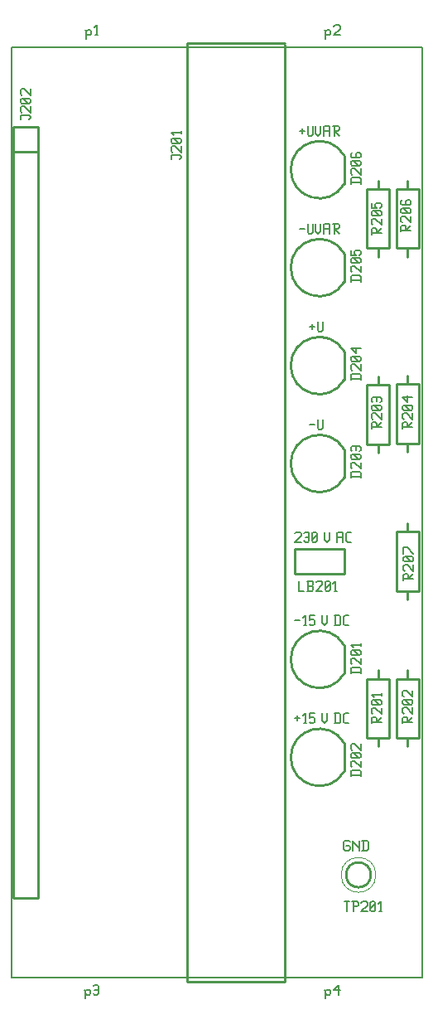
<source format=gto>
G04 start of page 9 for group -4079 idx -4079 *
G04 Title: 01.002.00.01.01.pcb, topsilk *
G04 Creator: pcb 4.2.0 *
G04 CreationDate: Sat Aug 10 16:27:16 2019 UTC *
G04 For: bert *
G04 Format: Gerber/RS-274X *
G04 PCB-Dimensions (mil): 1968.50 3937.01 *
G04 PCB-Coordinate-Origin: lower left *
%MOIN*%
%FSLAX25Y25*%
%LNGTO*%
%ADD57C,0.0000*%
%ADD56C,0.0100*%
%ADD55C,0.0080*%
G54D55*X9843Y9842D02*X175197Y9843D01*
Y383858D02*X9843D01*
X175197D02*Y9843D01*
X9843Y9842D02*X9837Y383858D01*
X125984Y350363D02*X127984D01*
X126984Y351363D02*Y349363D01*
X129184Y352363D02*Y348863D01*
X129684Y348363D01*
X130684D01*
X131184Y348863D01*
Y352363D02*Y348863D01*
X132384Y352363D02*Y349363D01*
X133384Y348363D01*
X134384Y349363D01*
Y352363D02*Y349363D01*
X135584Y351863D02*Y348363D01*
Y351863D02*X136084Y352363D01*
X137584D01*
X138084Y351863D01*
Y348363D01*
X135584Y350363D02*X138084D01*
X139284Y352363D02*X141284D01*
X141784Y351863D01*
Y350863D01*
X141284Y350363D02*X141784Y350863D01*
X139784Y350363D02*X141284D01*
X139784Y352363D02*Y348363D01*
Y350363D02*X141784Y348363D01*
X125984Y310993D02*X127984D01*
X129184Y312993D02*Y309493D01*
X129684Y308993D01*
X130684D01*
X131184Y309493D01*
Y312993D02*Y309493D01*
X132384Y312993D02*Y309993D01*
X133384Y308993D01*
X134384Y309993D01*
Y312993D02*Y309993D01*
X135584Y312493D02*Y308993D01*
Y312493D02*X136084Y312993D01*
X137584D01*
X138084Y312493D01*
Y308993D01*
X135584Y310993D02*X138084D01*
X139284Y312993D02*X141284D01*
X141784Y312493D01*
Y311493D01*
X141284Y310993D02*X141784Y311493D01*
X139784Y310993D02*X141284D01*
X139784Y312993D02*Y308993D01*
Y310993D02*X141784Y308993D01*
X129921Y271622D02*X131921D01*
X130921Y272622D02*Y270622D01*
X133121Y273622D02*Y270122D01*
X133621Y269622D01*
X134621D01*
X135121Y270122D01*
Y273622D02*Y270122D01*
X145701Y64960D02*X146201Y64460D01*
X144201Y64960D02*X145701D01*
X143701Y64460D02*X144201Y64960D01*
X143701Y64460D02*Y61460D01*
X144201Y60960D01*
X145701D01*
X146201Y61460D01*
Y62460D02*Y61460D01*
X145701Y62960D02*X146201Y62460D01*
X144701Y62960D02*X145701D01*
X147401Y64960D02*Y60960D01*
Y64960D02*Y64460D01*
X149901Y61960D01*
Y64960D02*Y60960D01*
X151601Y64960D02*Y60960D01*
X153101Y64960D02*X153601Y64460D01*
Y61460D01*
X153101Y60960D02*X153601Y61460D01*
X151101Y60960D02*X153101D01*
X151101Y64960D02*X153101D01*
X129921Y232252D02*X131921D01*
X133121Y234252D02*Y230752D01*
X133621Y230252D01*
X134621D01*
X135121Y230752D01*
Y234252D02*Y230752D01*
X124016Y188477D02*X124516Y188977D01*
X126016D01*
X126516Y188477D01*
Y187477D01*
X124016Y184977D02*X126516Y187477D01*
X124016Y184977D02*X126516D01*
X127716Y188477D02*X128216Y188977D01*
X129216D01*
X129716Y188477D01*
Y185477D01*
X129216Y184977D02*X129716Y185477D01*
X128216Y184977D02*X129216D01*
X127716Y185477D02*X128216Y184977D01*
Y186977D02*X129716D01*
X130916Y185477D02*X131416Y184977D01*
X130916Y188477D02*Y185477D01*
Y188477D02*X131416Y188977D01*
X132416D01*
X132916Y188477D01*
Y185477D01*
X132416Y184977D02*X132916Y185477D01*
X131416Y184977D02*X132416D01*
X130916Y185977D02*X132916Y187977D01*
X135916Y188977D02*Y185977D01*
X136916Y184977D01*
X137916Y185977D01*
Y188977D02*Y185977D01*
X140916Y188477D02*Y184977D01*
Y188477D02*X141416Y188977D01*
X142916D01*
X143416Y188477D01*
Y184977D01*
X140916Y186977D02*X143416D01*
X145116Y184977D02*X146616D01*
X144616Y185477D02*X145116Y184977D01*
X144616Y188477D02*Y185477D01*
Y188477D02*X145116Y188977D01*
X146616D01*
X124016Y153512D02*X126016D01*
X127716Y151512D02*X128716D01*
X128216Y155512D02*Y151512D01*
X127216Y154512D02*X128216Y155512D01*
X129916D02*X131916D01*
X129916D02*Y153512D01*
X130416Y154012D01*
X131416D01*
X131916Y153512D01*
Y152012D01*
X131416Y151512D02*X131916Y152012D01*
X130416Y151512D02*X131416D01*
X129916Y152012D02*X130416Y151512D01*
X134916Y155512D02*Y152512D01*
X135916Y151512D01*
X136916Y152512D01*
Y155512D02*Y152512D01*
X140416Y155512D02*Y151512D01*
X141916Y155512D02*X142416Y155012D01*
Y152012D01*
X141916Y151512D02*X142416Y152012D01*
X139916Y151512D02*X141916D01*
X139916Y155512D02*X141916D01*
X144116Y151512D02*X145616D01*
X143616Y152012D02*X144116Y151512D01*
X143616Y155012D02*Y152012D01*
Y155012D02*X144116Y155512D01*
X145616D01*
X124016Y114142D02*X126016D01*
X125016Y115142D02*Y113142D01*
X127716Y112142D02*X128716D01*
X128216Y116142D02*Y112142D01*
X127216Y115142D02*X128216Y116142D01*
X129916D02*X131916D01*
X129916D02*Y114142D01*
X130416Y114642D01*
X131416D01*
X131916Y114142D01*
Y112642D01*
X131416Y112142D02*X131916Y112642D01*
X130416Y112142D02*X131416D01*
X129916Y112642D02*X130416Y112142D01*
X134916Y116142D02*Y113142D01*
X135916Y112142D01*
X136916Y113142D01*
Y116142D02*Y113142D01*
X140416Y116142D02*Y112142D01*
X141916Y116142D02*X142416Y115642D01*
Y112642D01*
X141916Y112142D02*X142416Y112642D01*
X139916Y112142D02*X141916D01*
X139916Y116142D02*X141916D01*
X144116Y112142D02*X145616D01*
X143616Y112642D02*X144116Y112142D01*
X143616Y115642D02*Y112642D01*
Y115642D02*X144116Y116142D01*
X145616D01*
G54D56*X169291Y303061D02*Y299661D01*
Y330261D02*Y326861D01*
X164791Y303061D02*X173791D01*
X164791Y326861D02*X173791D01*
X164791D02*Y303061D01*
X173791Y326861D02*Y303061D01*
X157480Y330261D02*Y326861D01*
Y303061D02*Y299661D01*
X152980Y326861D02*X161980D01*
X152980Y303061D02*X161980D01*
Y326861D02*Y303061D01*
X152980Y326861D02*Y303061D01*
X143858Y328946D02*Y340346D01*
X143818Y340396D02*G75*G03X143818Y328896I-9959J-5750D01*G01*
X143858Y300976D02*Y289576D01*
X143818Y301026D02*G75*G03X143818Y289526I-9959J-5750D01*G01*
X10748Y351851D02*X20748D01*
X10748Y341851D02*X20748D01*
X10748Y351851D02*Y41851D01*
X20748Y351851D02*Y41851D01*
X10748D02*X20748D01*
X169291Y165266D02*Y161866D01*
Y192466D02*Y189066D01*
X164791Y165266D02*X173791D01*
X164791Y189066D02*X173791D01*
X164791D02*Y165266D01*
X173791Y189066D02*Y165266D01*
X169291Y133411D02*Y130011D01*
Y106211D02*Y102811D01*
X164791Y130011D02*X173791D01*
X164791Y106211D02*X173791D01*
Y130011D02*Y106211D01*
X164791Y130011D02*Y106211D01*
X157480D02*Y102811D01*
Y133411D02*Y130011D01*
X152980Y106211D02*X161980D01*
X152980Y130011D02*X161980D01*
X152980D02*Y106211D01*
X161980Y130011D02*Y106211D01*
X144606Y51181D02*G75*G03X144606Y51181I5000J0D01*G01*
G54D57*X142606D02*G75*G03X142606Y51181I7000J0D01*G01*
G54D56*X123858Y172166D02*X143858D01*
X123858Y182166D02*Y172166D01*
Y182166D02*X143858D01*
Y172166D01*
Y92726D02*Y104126D01*
X143818Y104176D02*G75*G03X143818Y92676I-9959J-5750D01*G01*
X143858Y143496D02*Y132096D01*
X143818Y143546D02*G75*G03X143818Y132046I-9959J-5750D01*G01*
X80709Y8268D02*X120079D01*
X80709Y385434D02*Y8268D01*
Y385434D02*X120079D01*
Y385041D02*Y8268D01*
X169291Y224636D02*Y221236D01*
Y251836D02*Y248436D01*
X164791Y224636D02*X173791D01*
X164791Y248436D02*X173791D01*
X164791D02*Y224636D01*
X173791Y248436D02*Y224636D01*
X157480Y251521D02*Y248121D01*
Y224321D02*Y220921D01*
X152980Y248121D02*X161980D01*
X152980Y224321D02*X161980D01*
Y248121D02*Y224321D01*
X152980Y248121D02*Y224321D01*
X143858Y250206D02*Y261606D01*
X143818Y261656D02*G75*G03X143818Y250156I-9959J-5750D01*G01*
X143858Y222236D02*Y210836D01*
X143818Y222286D02*G75*G03X143818Y210786I-9959J-5750D01*G01*
G54D55*X166751Y311792D02*Y309792D01*
Y311792D02*X167251Y312292D01*
X168251D01*
X168751Y311792D02*X168251Y312292D01*
X168751Y311792D02*Y310292D01*
X166751D02*X170751D01*
X168751D02*X170751Y312292D01*
X167251Y313492D02*X166751Y313992D01*
Y315492D02*Y313992D01*
Y315492D02*X167251Y315992D01*
X168251D01*
X170751Y313492D02*X168251Y315992D01*
X170751D02*Y313492D01*
X170251Y317192D02*X170751Y317692D01*
X167251Y317192D02*X170251D01*
X167251D02*X166751Y317692D01*
Y318692D02*Y317692D01*
Y318692D02*X167251Y319192D01*
X170251D01*
X170751Y318692D02*X170251Y319192D01*
X170751Y318692D02*Y317692D01*
X169751Y317192D02*X167751Y319192D01*
X166751Y321892D02*X167251Y322392D01*
X166751Y321892D02*Y320892D01*
X167251Y320392D02*X166751Y320892D01*
X167251Y320392D02*X170251D01*
X170751Y320892D01*
X168751Y321892D02*X169251Y322392D01*
X168751Y321892D02*Y320392D01*
X170751Y321892D02*Y320892D01*
Y321892D02*X170251Y322392D01*
X169251D02*X170251D01*
X154800Y310711D02*Y308711D01*
Y310711D02*X155300Y311211D01*
X156300D01*
X156800Y310711D02*X156300Y311211D01*
X156800Y310711D02*Y309211D01*
X154800D02*X158800D01*
X156800D02*X158800Y311211D01*
X155300Y312411D02*X154800Y312911D01*
Y314411D02*Y312911D01*
Y314411D02*X155300Y314911D01*
X156300D01*
X158800Y312411D02*X156300Y314911D01*
X158800D02*Y312411D01*
X158300Y316111D02*X158800Y316611D01*
X155300Y316111D02*X158300D01*
X155300D02*X154800Y316611D01*
Y317611D02*Y316611D01*
Y317611D02*X155300Y318111D01*
X158300D01*
X158800Y317611D02*X158300Y318111D01*
X158800Y317611D02*Y316611D01*
X157800Y316111D02*X155800Y318111D01*
X154800Y321311D02*Y319311D01*
X156800D01*
X156300Y319811D01*
Y320811D02*Y319811D01*
Y320811D02*X156800Y321311D01*
X158300D01*
X158800Y320811D02*X158300Y321311D01*
X158800Y320811D02*Y319811D01*
X158300Y319311D02*X158800Y319811D01*
X146543Y329430D02*X150543D01*
X146543Y330930D02*X147043Y331430D01*
X150043D01*
X150543Y330930D02*X150043Y331430D01*
X150543Y330930D02*Y328930D01*
X146543Y330930D02*Y328930D01*
X147043Y332630D02*X146543Y333130D01*
Y334630D02*Y333130D01*
Y334630D02*X147043Y335130D01*
X148043D01*
X150543Y332630D02*X148043Y335130D01*
X150543D02*Y332630D01*
X150043Y336330D02*X150543Y336830D01*
X147043Y336330D02*X150043D01*
X147043D02*X146543Y336830D01*
Y337830D02*Y336830D01*
Y337830D02*X147043Y338330D01*
X150043D01*
X150543Y337830D02*X150043Y338330D01*
X150543Y337830D02*Y336830D01*
X149543Y336330D02*X147543Y338330D01*
X146543Y341030D02*X147043Y341530D01*
X146543Y341030D02*Y340030D01*
X147043Y339530D02*X146543Y340030D01*
X147043Y339530D02*X150043D01*
X150543Y340030D01*
X148543Y341030D02*X149043Y341530D01*
X148543Y341030D02*Y339530D01*
X150543Y341030D02*Y340030D01*
Y341030D02*X150043Y341530D01*
X149043D02*X150043D01*
X146543Y290217D02*X150543D01*
X146543Y291717D02*X147043Y292217D01*
X150043D01*
X150543Y291717D02*X150043Y292217D01*
X150543Y291717D02*Y289717D01*
X146543Y291717D02*Y289717D01*
X147043Y293417D02*X146543Y293917D01*
Y295417D02*Y293917D01*
Y295417D02*X147043Y295917D01*
X148043D01*
X150543Y293417D02*X148043Y295917D01*
X150543D02*Y293417D01*
X150043Y297117D02*X150543Y297617D01*
X147043Y297117D02*X150043D01*
X147043D02*X146543Y297617D01*
Y298617D02*Y297617D01*
Y298617D02*X147043Y299117D01*
X150043D01*
X150543Y298617D02*X150043Y299117D01*
X150543Y298617D02*Y297617D01*
X149543Y297117D02*X147543Y299117D01*
X146543Y302317D02*Y300317D01*
X148543D01*
X148043Y300817D01*
Y301817D02*Y300817D01*
Y301817D02*X148543Y302317D01*
X150043D01*
X150543Y301817D02*X150043Y302317D01*
X150543Y301817D02*Y300817D01*
X150043Y300317D02*X150543Y300817D01*
X13528Y356461D02*Y354961D01*
Y356461D02*X17028D01*
X17528Y355961D02*X17028Y356461D01*
X17528Y355961D02*Y355461D01*
X17028Y354961D02*X17528Y355461D01*
X14028Y357661D02*X13528Y358161D01*
Y359661D02*Y358161D01*
Y359661D02*X14028Y360161D01*
X15028D01*
X17528Y357661D02*X15028Y360161D01*
X17528D02*Y357661D01*
X17028Y361361D02*X17528Y361861D01*
X14028Y361361D02*X17028D01*
X14028D02*X13528Y361861D01*
Y362861D02*Y361861D01*
Y362861D02*X14028Y363361D01*
X17028D01*
X17528Y362861D02*X17028Y363361D01*
X17528Y362861D02*Y361861D01*
X16528Y361361D02*X14528Y363361D01*
X14028Y364561D02*X13528Y365061D01*
Y366561D02*Y365061D01*
Y366561D02*X14028Y367061D01*
X15028D01*
X17528Y364561D02*X15028Y367061D01*
X17528D02*Y364561D01*
X167323Y232630D02*Y230630D01*
Y232630D02*X167823Y233130D01*
X168823D01*
X169323Y232630D02*X168823Y233130D01*
X169323Y232630D02*Y231130D01*
X167323D02*X171323D01*
X169323D02*X171323Y233130D01*
X167823Y234330D02*X167323Y234830D01*
Y236330D02*Y234830D01*
Y236330D02*X167823Y236830D01*
X168823D01*
X171323Y234330D02*X168823Y236830D01*
X171323D02*Y234330D01*
X170823Y238030D02*X171323Y238530D01*
X167823Y238030D02*X170823D01*
X167823D02*X167323Y238530D01*
Y239530D02*Y238530D01*
Y239530D02*X167823Y240030D01*
X170823D01*
X171323Y239530D02*X170823Y240030D01*
X171323Y239530D02*Y238530D01*
X170323Y238030D02*X168323Y240030D01*
X169323Y241230D02*X167323Y243230D01*
X169323Y243730D02*Y241230D01*
X167323Y243230D02*X171323D01*
X154924Y232586D02*Y230586D01*
Y232586D02*X155424Y233086D01*
X156424D01*
X156924Y232586D02*X156424Y233086D01*
X156924Y232586D02*Y231086D01*
X154924D02*X158924D01*
X156924D02*X158924Y233086D01*
X155424Y234286D02*X154924Y234786D01*
Y236286D02*Y234786D01*
Y236286D02*X155424Y236786D01*
X156424D01*
X158924Y234286D02*X156424Y236786D01*
X158924D02*Y234286D01*
X158424Y237986D02*X158924Y238486D01*
X155424Y237986D02*X158424D01*
X155424D02*X154924Y238486D01*
Y239486D02*Y238486D01*
Y239486D02*X155424Y239986D01*
X158424D01*
X158924Y239486D02*X158424Y239986D01*
X158924Y239486D02*Y238486D01*
X157924Y237986D02*X155924Y239986D01*
X155424Y241186D02*X154924Y241686D01*
Y242686D02*Y241686D01*
Y242686D02*X155424Y243186D01*
X158424D01*
X158924Y242686D02*X158424Y243186D01*
X158924Y242686D02*Y241686D01*
X158424Y241186D02*X158924Y241686D01*
X156924Y243186D02*Y241686D01*
X146543Y250689D02*X150543D01*
X146543Y252189D02*X147043Y252689D01*
X150043D01*
X150543Y252189D02*X150043Y252689D01*
X150543Y252189D02*Y250189D01*
X146543Y252189D02*Y250189D01*
X147043Y253889D02*X146543Y254389D01*
Y255889D02*Y254389D01*
Y255889D02*X147043Y256389D01*
X148043D01*
X150543Y253889D02*X148043Y256389D01*
X150543D02*Y253889D01*
X150043Y257589D02*X150543Y258089D01*
X147043Y257589D02*X150043D01*
X147043D02*X146543Y258089D01*
Y259089D02*Y258089D01*
Y259089D02*X147043Y259589D01*
X150043D01*
X150543Y259089D02*X150043Y259589D01*
X150543Y259089D02*Y258089D01*
X149543Y257589D02*X147543Y259589D01*
X148543Y260789D02*X146543Y262789D01*
X148543Y263289D02*Y260789D01*
X146543Y262789D02*X150543D01*
X146543Y211319D02*X150543D01*
X146543Y212819D02*X147043Y213319D01*
X150043D01*
X150543Y212819D02*X150043Y213319D01*
X150543Y212819D02*Y210819D01*
X146543Y212819D02*Y210819D01*
X147043Y214519D02*X146543Y215019D01*
Y216519D02*Y215019D01*
Y216519D02*X147043Y217019D01*
X148043D01*
X150543Y214519D02*X148043Y217019D01*
X150543D02*Y214519D01*
X150043Y218219D02*X150543Y218719D01*
X147043Y218219D02*X150043D01*
X147043D02*X146543Y218719D01*
Y219719D02*Y218719D01*
Y219719D02*X147043Y220219D01*
X150043D01*
X150543Y219719D02*X150043Y220219D01*
X150543Y219719D02*Y218719D01*
X149543Y218219D02*X147543Y220219D01*
X147043Y221419D02*X146543Y221919D01*
Y222919D02*Y221919D01*
Y222919D02*X147043Y223419D01*
X150043D01*
X150543Y222919D02*X150043Y223419D01*
X150543Y222919D02*Y221919D01*
X150043Y221419D02*X150543Y221919D01*
X148543Y223419D02*Y221919D01*
X39965Y390296D02*Y387296D01*
X39465Y390796D02*X39965Y390296D01*
X40465Y390796D01*
X41465D01*
X41965Y390296D01*
Y389296D01*
X41465Y388796D02*X41965Y389296D01*
X40465Y388796D02*X41465D01*
X39965Y389296D02*X40465Y388796D01*
X43665D02*X44665D01*
X44165Y392796D02*Y388796D01*
X43165Y391796D02*X44165Y392796D01*
X136421Y390296D02*Y387296D01*
X135921Y390796D02*X136421Y390296D01*
X136921Y390796D01*
X137921D01*
X138421Y390296D01*
Y389296D01*
X137921Y388796D02*X138421Y389296D01*
X136921Y388796D02*X137921D01*
X136421Y389296D02*X136921Y388796D01*
X139621Y392296D02*X140121Y392796D01*
X141621D01*
X142121Y392296D01*
Y391296D01*
X139621Y388796D02*X142121Y391296D01*
X139621Y388796D02*X142121D01*
X74171Y340478D02*Y338978D01*
Y340478D02*X77671D01*
X78171Y339978D02*X77671Y340478D01*
X78171Y339978D02*Y339478D01*
X77671Y338978D02*X78171Y339478D01*
X74671Y341678D02*X74171Y342178D01*
Y343678D02*Y342178D01*
Y343678D02*X74671Y344178D01*
X75671D01*
X78171Y341678D02*X75671Y344178D01*
X78171D02*Y341678D01*
X77671Y345378D02*X78171Y345878D01*
X74671Y345378D02*X77671D01*
X74671D02*X74171Y345878D01*
Y346878D02*Y345878D01*
Y346878D02*X74671Y347378D01*
X77671D01*
X78171Y346878D02*X77671Y347378D01*
X78171Y346878D02*Y345878D01*
X77171Y345378D02*X75171Y347378D01*
X78171Y350078D02*Y349078D01*
X74171Y349578D02*X78171D01*
X75171Y348578D02*X74171Y349578D01*
X39738Y4424D02*Y1424D01*
X39238Y4924D02*X39738Y4424D01*
X40238Y4924D01*
X41238D01*
X41738Y4424D01*
Y3424D01*
X41238Y2924D02*X41738Y3424D01*
X40238Y2924D02*X41238D01*
X39738Y3424D02*X40238Y2924D01*
X42938Y6424D02*X43438Y6924D01*
X44438D01*
X44938Y6424D01*
Y3424D01*
X44438Y2924D02*X44938Y3424D01*
X43438Y2924D02*X44438D01*
X42938Y3424D02*X43438Y2924D01*
Y4924D02*X44938D01*
X136421Y4469D02*Y1469D01*
X135921Y4969D02*X136421Y4469D01*
X136921Y4969D01*
X137921D01*
X138421Y4469D01*
Y3469D01*
X137921Y2969D02*X138421Y3469D01*
X136921Y2969D02*X137921D01*
X136421Y3469D02*X136921Y2969D01*
X139621Y4969D02*X141621Y6969D01*
X139621Y4969D02*X142121D01*
X141621Y6969D02*Y2969D01*
X167728Y171682D02*Y169682D01*
Y171682D02*X168228Y172182D01*
X169228D01*
X169728Y171682D02*X169228Y172182D01*
X169728Y171682D02*Y170182D01*
X167728D02*X171728D01*
X169728D02*X171728Y172182D01*
X168228Y173382D02*X167728Y173882D01*
Y175382D02*Y173882D01*
Y175382D02*X168228Y175882D01*
X169228D01*
X171728Y173382D02*X169228Y175882D01*
X171728D02*Y173382D01*
X171228Y177082D02*X171728Y177582D01*
X168228Y177082D02*X171228D01*
X168228D02*X167728Y177582D01*
Y178582D02*Y177582D01*
Y178582D02*X168228Y179082D01*
X171228D01*
X171728Y178582D02*X171228Y179082D01*
X171728Y178582D02*Y177582D01*
X170728Y177082D02*X168728Y179082D01*
X171728Y180282D02*X169228Y182782D01*
X167728D02*X169228D01*
X167728D02*Y180282D01*
X167323Y114205D02*Y112205D01*
Y114205D02*X167823Y114705D01*
X168823D01*
X169323Y114205D02*X168823Y114705D01*
X169323Y114205D02*Y112705D01*
X167323D02*X171323D01*
X169323D02*X171323Y114705D01*
X167823Y115905D02*X167323Y116405D01*
Y117905D02*Y116405D01*
Y117905D02*X167823Y118405D01*
X168823D01*
X171323Y115905D02*X168823Y118405D01*
X171323D02*Y115905D01*
X170823Y119605D02*X171323Y120105D01*
X167823Y119605D02*X170823D01*
X167823D02*X167323Y120105D01*
Y121105D02*Y120105D01*
Y121105D02*X167823Y121605D01*
X170823D01*
X171323Y121105D02*X170823Y121605D01*
X171323Y121105D02*Y120105D01*
X170323Y119605D02*X168323Y121605D01*
X167823Y122805D02*X167323Y123305D01*
Y124805D02*Y123305D01*
Y124805D02*X167823Y125305D01*
X168823D01*
X171323Y122805D02*X168823Y125305D01*
X171323D02*Y122805D01*
X154869Y114096D02*Y112096D01*
Y114096D02*X155369Y114596D01*
X156369D01*
X156869Y114096D02*X156369Y114596D01*
X156869Y114096D02*Y112596D01*
X154869D02*X158869D01*
X156869D02*X158869Y114596D01*
X155369Y115796D02*X154869Y116296D01*
Y117796D02*Y116296D01*
Y117796D02*X155369Y118296D01*
X156369D01*
X158869Y115796D02*X156369Y118296D01*
X158869D02*Y115796D01*
X158369Y119496D02*X158869Y119996D01*
X155369Y119496D02*X158369D01*
X155369D02*X154869Y119996D01*
Y120996D02*Y119996D01*
Y120996D02*X155369Y121496D01*
X158369D01*
X158869Y120996D02*X158369Y121496D01*
X158869Y120996D02*Y119996D01*
X157869Y119496D02*X155869Y121496D01*
X158869Y124196D02*Y123196D01*
X154869Y123696D02*X158869D01*
X155869Y122696D02*X154869Y123696D01*
X146543Y91241D02*X150543D01*
X146543Y92741D02*X147043Y93241D01*
X150043D01*
X150543Y92741D02*X150043Y93241D01*
X150543Y92741D02*Y90741D01*
X146543Y92741D02*Y90741D01*
X147043Y94441D02*X146543Y94941D01*
Y96441D02*Y94941D01*
Y96441D02*X147043Y96941D01*
X148043D01*
X150543Y94441D02*X148043Y96941D01*
X150543D02*Y94441D01*
X150043Y98141D02*X150543Y98641D01*
X147043Y98141D02*X150043D01*
X147043D02*X146543Y98641D01*
Y99641D02*Y98641D01*
Y99641D02*X147043Y100141D01*
X150043D01*
X150543Y99641D02*X150043Y100141D01*
X150543Y99641D02*Y98641D01*
X149543Y98141D02*X147543Y100141D01*
X147043Y101341D02*X146543Y101841D01*
Y103341D02*Y101841D01*
Y103341D02*X147043Y103841D01*
X148043D01*
X150543Y101341D02*X148043Y103841D01*
X150543D02*Y101341D01*
X146543Y132579D02*X150543D01*
X146543Y134079D02*X147043Y134579D01*
X150043D01*
X150543Y134079D02*X150043Y134579D01*
X150543Y134079D02*Y132079D01*
X146543Y134079D02*Y132079D01*
X147043Y135779D02*X146543Y136279D01*
Y137779D02*Y136279D01*
Y137779D02*X147043Y138279D01*
X148043D01*
X150543Y135779D02*X148043Y138279D01*
X150543D02*Y135779D01*
X150043Y139479D02*X150543Y139979D01*
X147043Y139479D02*X150043D01*
X147043D02*X146543Y139979D01*
Y140979D02*Y139979D01*
Y140979D02*X147043Y141479D01*
X150043D01*
X150543Y140979D02*X150043Y141479D01*
X150543Y140979D02*Y139979D01*
X149543Y139479D02*X147543Y141479D01*
X150543Y144179D02*Y143179D01*
X146543Y143679D02*X150543D01*
X147543Y142679D02*X146543Y143679D01*
X143795Y40433D02*X145795D01*
X144795D02*Y36433D01*
X147495Y40433D02*Y36433D01*
X146995Y40433D02*X148995D01*
X149495Y39933D01*
Y38933D01*
X148995Y38433D02*X149495Y38933D01*
X147495Y38433D02*X148995D01*
X150695Y39933D02*X151195Y40433D01*
X152695D01*
X153195Y39933D01*
Y38933D01*
X150695Y36433D02*X153195Y38933D01*
X150695Y36433D02*X153195D01*
X154395Y36933D02*X154895Y36433D01*
X154395Y39933D02*Y36933D01*
Y39933D02*X154895Y40433D01*
X155895D01*
X156395Y39933D01*
Y36933D01*
X155895Y36433D02*X156395Y36933D01*
X154895Y36433D02*X155895D01*
X154395Y37433D02*X156395Y39433D01*
X158095Y36433D02*X159095D01*
X158595Y40433D02*Y36433D01*
X157595Y39433D02*X158595Y40433D01*
X125623Y169324D02*Y165324D01*
X127623D01*
X128823D02*X130823D01*
X131323Y165824D01*
Y166824D02*Y165824D01*
X130823Y167324D02*X131323Y166824D01*
X129323Y167324D02*X130823D01*
X129323Y169324D02*Y165324D01*
X128823Y169324D02*X130823D01*
X131323Y168824D01*
Y167824D01*
X130823Y167324D02*X131323Y167824D01*
X132523Y168824D02*X133023Y169324D01*
X134523D01*
X135023Y168824D01*
Y167824D01*
X132523Y165324D02*X135023Y167824D01*
X132523Y165324D02*X135023D01*
X136223Y165824D02*X136723Y165324D01*
X136223Y168824D02*Y165824D01*
Y168824D02*X136723Y169324D01*
X137723D01*
X138223Y168824D01*
Y165824D01*
X137723Y165324D02*X138223Y165824D01*
X136723Y165324D02*X137723D01*
X136223Y166324D02*X138223Y168324D01*
X139923Y165324D02*X140923D01*
X140423Y169324D02*Y165324D01*
X139423Y168324D02*X140423Y169324D01*
M02*

</source>
